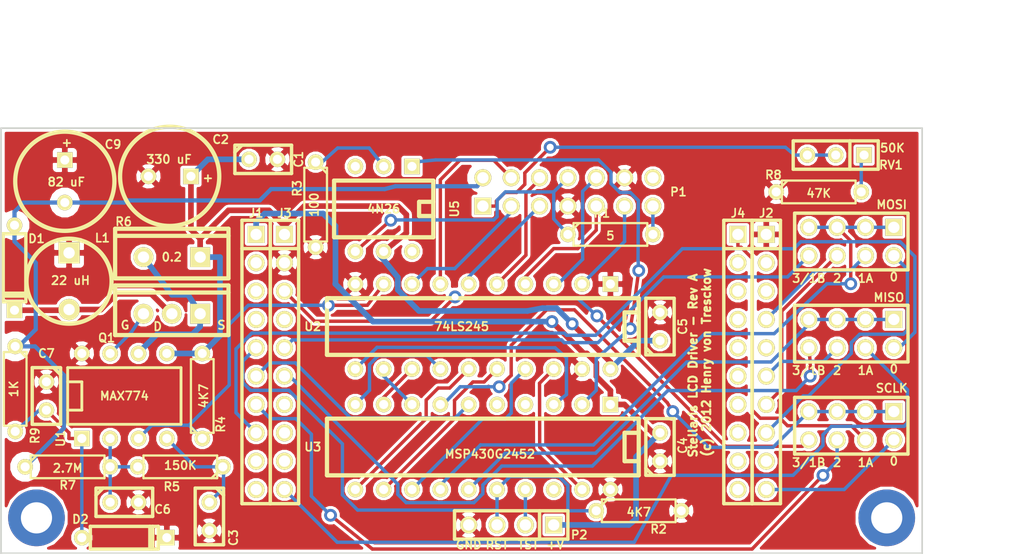
<source format=kicad_pcb>
(kicad_pcb (version 3) (host pcbnew "(2012-nov-02)-testing")
  (layers (15 Front signal) (0 Back signal) (18 B.Paste user) (19 F.Paste user) (20 B.SilkS user) (21 F.SilkS user) (22 B.Mask user) (23 F.Mask user) (28 Edge.Cuts user))
  (net 0 "")
  (net 1 +3.3V)
  (net 2 +5V)
  (net 3 /LcdDriver/5V_SW)
  (net 4 /LcdDriver/Blank)
  (net 5 /LcdDriver/CL1)
  (net 6 /LcdDriver/CL2)
  (net 7 /LcdDriver/CLK)
  (net 8 /LcdDriver/D0)
  (net 9 /LcdDriver/D0_out)
  (net 10 /LcdDriver/D1)
  (net 11 /LcdDriver/D1_OUT)
  (net 12 /LcdDriver/D2)
  (net 13 /LcdDriver/D2_OUT)
  (net 14 /LcdDriver/D3)
  (net 15 /LcdDriver/D3_OUT)
  (net 16 /LcdDriver/FLM)
  (net 17 /LcdDriver/FLM_)
  (net 18 /LcdDriver/LIGHT)
  (net 19 /LcdDriver/Load)
  (net 20 /LcdDriver/Reset)
  (net 21 /LcdDriver/SCLK)
  (net 22 /LcdDriver/SDI)
  (net 23 /LcdDriver/SDO)
  (net 24 /LcdDriver/TEST)
  (net 25 /LcdDriver/VEE_EN)
  (net 26 /LcdDriver/VEE_EN_)
  (net 27 /LcdDriver/V_D)
  (net 28 /LcdDriver/V_FB)
  (net 29 /LcdDriver/V_REF)
  (net 30 /LcdDriver/V_S)
  (net 31 /LcdDriver/V_out)
  (net 32 /SSI0Clk)
  (net 33 /SSI0Rx)
  (net 34 /SSI0Tx)
  (net 35 /SSI1Clk)
  (net 36 /SSI1Rx)
  (net 37 /SSI1Tx)
  (net 38 /SSI2Clk)
  (net 39 /SSI2RX)
  (net 40 /SSI2TX)
  (net 41 /SSI3Clk)
  (net 42 /SSI3Rx)
  (net 43 /SSI3Tx)
  (net 44 GND)
  (net 45 N-0000051)
  (net 46 N-0000059)
  (net 47 N-0000061)
  (net 48 N-0000072)
  (net 49 N-0000077)
  (net 50 VEE)
  (module SIL-3 (layer Front) (at 237.363 114.808 180)
    (fp_text reference RV1 (at -4.953 -0.889 180) (layer F.SilkS) (effects (font (size 0.75 0.75))))
    (fp_text value 50K (at -5.08 0.635 180) (layer F.SilkS) (effects (font (size 0.75 0.75))))
    (pad 1 thru_hole rect (at -2.54 0 180) (size 1.397 1.397) (drill 0.8128) (layers *.Cu *.Mask F.SilkS) (net 45 N-0000051))
    (pad 2 thru_hole circle (at 0 0 180) (size 1.397 1.397) (drill 0.8128) (layers *.Cu *.Mask F.SilkS) (net 46 N-0000059))
    (pad 3 thru_hole circle (at 2.54 0 180) (size 1.397 1.397) (drill 0.8128) (layers *.Cu *.Mask F.SilkS) (net 46 N-0000059))
  )
  (module DIP-8__300 (layer Front) (at 173.609 136.398)
    (fp_text reference U1 (at -5.715 3.81 90) (layer F.SilkS) (effects (font (size 0.75 0.75))))
    (fp_text value MAX774 (at 0 0) (layer F.SilkS) (effects (font (size 0.75 0.75))))
    (pad 1 thru_hole rect (at -3.81 3.81) (size 1.397 1.397) (drill 0.8128) (layers *.Cu *.Mask F.SilkS) (net 31 /LcdDriver/V_out))
    (pad 2 thru_hole circle (at -1.27 3.81) (size 1.397 1.397) (drill 0.8128) (layers *.Cu *.Mask F.SilkS) (net 28 /LcdDriver/V_FB))
    (pad 3 thru_hole circle (at 1.27 3.81) (size 1.397 1.397) (drill 0.8128) (layers *.Cu *.Mask F.SilkS) (net 26 /LcdDriver/VEE_EN_))
    (pad 4 thru_hole circle (at 3.81 3.81) (size 1.397 1.397) (drill 0.8128) (layers *.Cu *.Mask F.SilkS) (net 29 /LcdDriver/V_REF))
    (pad 5 thru_hole circle (at 3.81 -3.81) (size 1.397 1.397) (drill 0.8128) (layers *.Cu *.Mask F.SilkS) (net 2 +5V))
    (pad 6 thru_hole circle (at 1.27 -3.81) (size 1.397 1.397) (drill 0.8128) (layers *.Cu *.Mask F.SilkS) (net 30 /LcdDriver/V_S))
    (pad 7 thru_hole circle (at -1.27 -3.81) (size 1.397 1.397) (drill 0.8128) (layers *.Cu *.Mask F.SilkS) (net 48 N-0000072))
    (pad 8 thru_hole circle (at -3.81 -3.81) (size 1.397 1.397) (drill 0.8128) (layers *.Cu *.Mask F.SilkS) (net 44 GND))
  )
  (module DIP-20__300 (layer Front) (at 205.74 140.97 180)
    (fp_text reference U3 (at 15.24 0 180) (layer F.SilkS) (effects (font (size 0.75 0.75))))
    (fp_text value MSP430G2452 (at -0.635 -0.635 180) (layer F.SilkS) (effects (font (size 0.75 0.75))))
    (pad 1 thru_hole rect (at -11.43 3.81 180) (size 1.397 1.397) (drill 0.8128) (layers *.Cu *.Mask F.SilkS) (net 1 +3.3V))
    (pad 2 thru_hole circle (at -8.89 3.81 180) (size 1.397 1.397) (drill 0.8128) (layers *.Cu *.Mask F.SilkS) (net 18 /LcdDriver/LIGHT))
    (pad 3 thru_hole circle (at -6.35 3.81 180) (size 1.397 1.397) (drill 0.8128) (layers *.Cu *.Mask F.SilkS) (net 25 /LcdDriver/VEE_EN))
    (pad 4 thru_hole circle (at -3.81 3.81 180) (size 1.397 1.397) (drill 0.8128) (layers *.Cu *.Mask F.SilkS))
    (pad 5 thru_hole circle (at -1.27 3.81 180) (size 1.397 1.397) (drill 0.8128) (layers *.Cu *.Mask F.SilkS))
    (pad 6 thru_hole circle (at 1.27 3.81 180) (size 1.397 1.397) (drill 0.8128) (layers *.Cu *.Mask F.SilkS) (net 4 /LcdDriver/Blank))
    (pad 7 thru_hole circle (at 3.81 3.81 180) (size 1.397 1.397) (drill 0.8128) (layers *.Cu *.Mask F.SilkS) (net 21 /LcdDriver/SCLK))
    (pad 8 thru_hole circle (at 6.35 3.81 180) (size 1.397 1.397) (drill 0.8128) (layers *.Cu *.Mask F.SilkS) (net 8 /LcdDriver/D0))
    (pad 9 thru_hole circle (at 8.89 3.81 180) (size 1.397 1.397) (drill 0.8128) (layers *.Cu *.Mask F.SilkS) (net 10 /LcdDriver/D1))
    (pad 10 thru_hole circle (at 11.43 3.81 180) (size 1.397 1.397) (drill 0.8128) (layers *.Cu *.Mask F.SilkS) (net 12 /LcdDriver/D2))
    (pad 11 thru_hole circle (at 11.43 -3.81 180) (size 1.397 1.397) (drill 0.8128) (layers *.Cu *.Mask F.SilkS) (net 14 /LcdDriver/D3))
    (pad 12 thru_hole circle (at 8.89 -3.81 180) (size 1.397 1.397) (drill 0.8128) (layers *.Cu *.Mask F.SilkS) (net 7 /LcdDriver/CLK))
    (pad 13 thru_hole circle (at 6.35 -3.81 180) (size 1.397 1.397) (drill 0.8128) (layers *.Cu *.Mask F.SilkS) (net 19 /LcdDriver/Load))
    (pad 14 thru_hole circle (at 3.81 -3.81 180) (size 1.397 1.397) (drill 0.8128) (layers *.Cu *.Mask F.SilkS) (net 23 /LcdDriver/SDO))
    (pad 15 thru_hole circle (at 1.27 -3.81 180) (size 1.397 1.397) (drill 0.8128) (layers *.Cu *.Mask F.SilkS) (net 22 /LcdDriver/SDI))
    (pad 16 thru_hole circle (at -1.27 -3.81 180) (size 1.397 1.397) (drill 0.8128) (layers *.Cu *.Mask F.SilkS) (net 20 /LcdDriver/Reset))
    (pad 17 thru_hole circle (at -3.81 -3.81 180) (size 1.397 1.397) (drill 0.8128) (layers *.Cu *.Mask F.SilkS) (net 24 /LcdDriver/TEST))
    (pad 18 thru_hole circle (at -6.35 -3.81 180) (size 1.397 1.397) (drill 0.8128) (layers *.Cu *.Mask F.SilkS))
    (pad 19 thru_hole circle (at -8.89 -3.81 180) (size 1.397 1.397) (drill 0.8128) (layers *.Cu *.Mask F.SilkS) (net 16 /LcdDriver/FLM))
    (pad 20 thru_hole circle (at -11.43 -3.81 180) (size 1.397 1.397) (drill 0.8128) (layers *.Cu *.Mask F.SilkS) (net 44 GND))
  )
  (module DIP-20__300 (layer Front) (at 205.74 130.175 180)
    (fp_text reference U2 (at 15.24 0 180) (layer F.SilkS) (effects (font (size 0.75 0.75))))
    (fp_text value 74LS245 (at 1.905 0 180) (layer F.SilkS) (effects (font (size 0.75 0.75))))
    (pad 1 thru_hole rect (at -11.43 3.81 180) (size 1.397 1.397) (drill 0.8128) (layers *.Cu *.Mask F.SilkS) (net 44 GND))
    (pad 2 thru_hole circle (at -8.89 3.81 180) (size 1.397 1.397) (drill 0.8128) (layers *.Cu *.Mask F.SilkS) (net 17 /LcdDriver/FLM_))
    (pad 3 thru_hole circle (at -6.35 3.81 180) (size 1.397 1.397) (drill 0.8128) (layers *.Cu *.Mask F.SilkS) (net 5 /LcdDriver/CL1))
    (pad 4 thru_hole circle (at -3.81 3.81 180) (size 1.397 1.397) (drill 0.8128) (layers *.Cu *.Mask F.SilkS) (net 6 /LcdDriver/CL2))
    (pad 5 thru_hole circle (at -1.27 3.81 180) (size 1.397 1.397) (drill 0.8128) (layers *.Cu *.Mask F.SilkS) (net 15 /LcdDriver/D3_OUT))
    (pad 6 thru_hole circle (at 1.27 3.81 180) (size 1.397 1.397) (drill 0.8128) (layers *.Cu *.Mask F.SilkS) (net 13 /LcdDriver/D2_OUT))
    (pad 7 thru_hole circle (at 3.81 3.81 180) (size 1.397 1.397) (drill 0.8128) (layers *.Cu *.Mask F.SilkS) (net 11 /LcdDriver/D1_OUT))
    (pad 8 thru_hole circle (at 6.35 3.81 180) (size 1.397 1.397) (drill 0.8128) (layers *.Cu *.Mask F.SilkS) (net 9 /LcdDriver/D0_out))
    (pad 9 thru_hole circle (at 8.89 3.81 180) (size 1.397 1.397) (drill 0.8128) (layers *.Cu *.Mask F.SilkS) (net 26 /LcdDriver/VEE_EN_))
    (pad 10 thru_hole circle (at 11.43 3.81 180) (size 1.397 1.397) (drill 0.8128) (layers *.Cu *.Mask F.SilkS) (net 44 GND))
    (pad 11 thru_hole circle (at 11.43 -3.81 180) (size 1.397 1.397) (drill 0.8128) (layers *.Cu *.Mask F.SilkS) (net 25 /LcdDriver/VEE_EN))
    (pad 12 thru_hole circle (at 8.89 -3.81 180) (size 1.397 1.397) (drill 0.8128) (layers *.Cu *.Mask F.SilkS) (net 8 /LcdDriver/D0))
    (pad 13 thru_hole circle (at 6.35 -3.81 180) (size 1.397 1.397) (drill 0.8128) (layers *.Cu *.Mask F.SilkS) (net 10 /LcdDriver/D1))
    (pad 14 thru_hole circle (at 3.81 -3.81 180) (size 1.397 1.397) (drill 0.8128) (layers *.Cu *.Mask F.SilkS) (net 12 /LcdDriver/D2))
    (pad 15 thru_hole circle (at 1.27 -3.81 180) (size 1.397 1.397) (drill 0.8128) (layers *.Cu *.Mask F.SilkS) (net 14 /LcdDriver/D3))
    (pad 16 thru_hole circle (at -1.27 -3.81 180) (size 1.397 1.397) (drill 0.8128) (layers *.Cu *.Mask F.SilkS) (net 7 /LcdDriver/CLK))
    (pad 17 thru_hole circle (at -3.81 -3.81 180) (size 1.397 1.397) (drill 0.8128) (layers *.Cu *.Mask F.SilkS) (net 19 /LcdDriver/Load))
    (pad 18 thru_hole circle (at -6.35 -3.81 180) (size 1.397 1.397) (drill 0.8128) (layers *.Cu *.Mask F.SilkS) (net 16 /LcdDriver/FLM))
    (pad 19 thru_hole circle (at -8.89 -3.81 180) (size 1.397 1.397) (drill 0.8128) (layers *.Cu *.Mask F.SilkS) (net 44 GND))
    (pad 20 thru_hole circle (at -11.43 -3.81 180) (size 1.397 1.397) (drill 0.8128) (layers *.Cu *.Mask F.SilkS) (net 2 +5V))
  )
  (module D3 (layer Front) (at 163.7665 124.9045 270)
    (fp_text reference D1 (at -2.6035 -1.9685 360) (layer F.SilkS) (effects (font (size 0.75 0.75))))
    (fp_text value DIODESCH hide)
    (pad 2 thru_hole rect (at 3.81 0 270) (size 1.397 1.397) (drill 0.8128) (layers *.Cu *.Mask F.SilkS) (net 27 /LcdDriver/V_D))
    (pad 1 thru_hole circle (at -3.81 0 270) (size 1.397 1.397) (drill 0.8128) (layers *.Cu *.Mask F.SilkS) (net 50 VEE))
  )
  (module C1 (layer Front) (at 173.609 145.923)
    (fp_text reference C6 (at 3.429 0.635) (layer F.SilkS) (effects (font (size 0.75 0.75))))
    (fp_text value "0.1 uF" hide)
    (pad 1 thru_hole circle (at -1.27 0) (size 1.397 1.397) (drill 0.8128) (layers *.Cu *.Mask F.SilkS) (net 28 /LcdDriver/V_FB))
    (pad 2 thru_hole circle (at 1.27 0) (size 1.397 1.397) (drill 0.8128) (layers *.Cu *.Mask F.SilkS) (net 44 GND))
  )
  (module D3 (layer Front) (at 173.609 149.098)
    (fp_text reference D2 (at -3.937 -1.651) (layer F.SilkS) (effects (font (size 0.75 0.75))))
    (fp_text value ZENER hide)
    (pad 2 thru_hole rect (at 3.81 0) (size 1.397 1.397) (drill 0.8128) (layers *.Cu *.Mask F.SilkS) (net 44 GND))
    (pad 1 thru_hole circle (at -3.81 0) (size 1.397 1.397) (drill 0.8128) (layers *.Cu *.Mask F.SilkS) (net 31 /LcdDriver/V_out))
  )
  (module C1 (layer Front) (at 166.624 136.398 270)
    (fp_text reference C7 (at -3.81 0 360) (layer F.SilkS) (effects (font (size 0.75 0.75))))
    (fp_text value "0.1 uF" hide)
    (pad 1 thru_hole circle (at -1.27 0 270) (size 1.397 1.397) (drill 0.8128) (layers *.Cu *.Mask F.SilkS) (net 44 GND))
    (pad 2 thru_hole circle (at 1.27 0 270) (size 1.397 1.397) (drill 0.8128) (layers *.Cu *.Mask F.SilkS) (net 31 /LcdDriver/V_out))
  )
  (module m2_5_pad (layer Front) (at 241.935 147.32)
    (fp_text reference M2 hide)
    (fp_text value CONN_1 hide)
    (pad 1 thru_hole circle (at 0 0) (size 5.08 5.08) (drill 2.794) (layers *.Cu *.Mask))
  )
  (module R_T0220 (layer Front) (at 177.8635 123.952 90)
    (fp_text reference R6 (at 3.175 -4.318 180) (layer F.SilkS) (effects (font (size 0.75 0.75))))
    (fp_text value 0.2 (at 0 0 180) (layer F.SilkS) (effects (font (size 0.75 0.75))))
    (pad 1 thru_hole circle (at 0 -2.54 90) (size 1.778 1.778) (drill 1.016) (layers *.Cu *.Mask F.SilkS) (net 30 /LcdDriver/V_S))
    (pad 2 thru_hole rect (at 0 2.54 90) (size 1.778 1.778) (drill 1.016) (layers *.Cu *.Mask F.SilkS) (net 2 +5V))
  )
  (module C1 (layer Front) (at 181.229 147.193 270)
    (fp_text reference C3 (at 1.905 -2.159 270) (layer F.SilkS) (effects (font (size 0.75 0.75))))
    (fp_text value "0.1 uF" hide)
    (pad 1 thru_hole circle (at -1.27 0 270) (size 1.397 1.397) (drill 0.8128) (layers *.Cu *.Mask F.SilkS) (net 29 /LcdDriver/V_REF))
    (pad 2 thru_hole circle (at 1.27 0 270) (size 1.397 1.397) (drill 0.8128) (layers *.Cu *.Mask F.SilkS) (net 44 GND))
  )
  (module C1 (layer Front) (at 186.055 115.189)
    (fp_text reference C1 (at 3.175 0 90) (layer F.SilkS) (effects (font (size 0.75 0.75))))
    (fp_text value "0.1 uF" hide)
    (pad 1 thru_hole circle (at -1.27 0) (size 1.397 1.397) (drill 0.8128) (layers *.Cu *.Mask F.SilkS) (net 2 +5V))
    (pad 2 thru_hole circle (at 1.27 0) (size 1.397 1.397) (drill 0.8128) (layers *.Cu *.Mask F.SilkS) (net 44 GND))
  )
  (module C1 (layer Front) (at 221.615 140.97 90)
    (fp_text reference C4 (at 0.127 2.032 90) (layer F.SilkS) (effects (font (size 0.75 0.75))))
    (fp_text value "0.1 uF" hide)
    (pad 1 thru_hole circle (at -1.27 0 90) (size 1.397 1.397) (drill 0.8128) (layers *.Cu *.Mask F.SilkS) (net 44 GND))
    (pad 2 thru_hole circle (at 1.27 0 90) (size 1.397 1.397) (drill 0.8128) (layers *.Cu *.Mask F.SilkS) (net 1 +3.3V))
  )
  (module C1 (layer Front) (at 221.615 130.175 90)
    (fp_text reference C5 (at 0 2.032 90) (layer F.SilkS) (effects (font (size 0.75 0.75))))
    (fp_text value "0.1 uF" hide)
    (pad 1 thru_hole circle (at -1.27 0 90) (size 1.397 1.397) (drill 0.8128) (layers *.Cu *.Mask F.SilkS) (net 2 +5V))
    (pad 2 thru_hole circle (at 1.27 0 90) (size 1.397 1.397) (drill 0.8128) (layers *.Cu *.Mask F.SilkS) (net 44 GND))
  )
  (module m2_5_pad (layer Front) (at 165.735 147.32)
    (fp_text reference M1 hide)
    (fp_text value CONN_1 hide)
    (pad 1 thru_hole circle (at 0 0) (size 5.08 5.08) (drill 2.794) (layers *.Cu *.Mask))
  )
  (module pin_array_spi (layer Front) (at 238.76 130.81 180)
    (fp_text reference P_SDI1 hide)
    (fp_text value MISO (at -3.3655 3.2385 180) (layer F.SilkS) (effects (font (size 0.75 0.75))))
    (fp_text user 3/1B (at 3.81 -3.302 180) (layer F.SilkS) (effects (font (size 0.75 0.75))))
    (fp_text user 2 (at 1.27 -3.302 180) (layer F.SilkS) (effects (font (size 0.75 0.75))))
    (fp_text user 1A (at -1.27 -3.302 180) (layer F.SilkS) (effects (font (size 0.75 0.75))))
    (fp_text user 0 (at -3.81 -3.175 180) (layer F.SilkS) (effects (font (size 0.75 0.75))))
    (pad 1 thru_hole rect (at -3.81 1.27 180) (size 1.524 1.524) (drill 1.016) (layers *.Cu *.Mask F.SilkS) (net 22 /LcdDriver/SDI))
    (pad 2 thru_hole circle (at -3.81 -1.27 180) (size 1.524 1.524) (drill 1.016) (layers *.Cu *.Mask F.SilkS) (net 34 /SSI0Tx))
    (pad 3 thru_hole circle (at -1.27 1.27 180) (size 1.524 1.524) (drill 1.016) (layers *.Cu *.Mask F.SilkS) (net 22 /LcdDriver/SDI))
    (pad 4 thru_hole circle (at -1.27 -1.27 180) (size 1.524 1.524) (drill 1.016) (layers *.Cu *.Mask F.SilkS) (net 37 /SSI1Tx))
    (pad 5 thru_hole circle (at 1.27 1.27 180) (size 1.524 1.524) (drill 1.016) (layers *.Cu *.Mask F.SilkS) (net 22 /LcdDriver/SDI))
    (pad 6 thru_hole circle (at 1.27 -1.27 180) (size 1.524 1.524) (drill 1.016) (layers *.Cu *.Mask F.SilkS) (net 40 /SSI2TX))
    (pad 7 thru_hole circle (at 3.81 1.27 180) (size 1.524 1.524) (drill 1.016) (layers *.Cu *.Mask F.SilkS) (net 22 /LcdDriver/SDI))
    (pad 8 thru_hole circle (at 3.81 -1.27 180) (size 1.524 1.524) (drill 1.016) (layers *.Cu *.Mask F.SilkS) (net 43 /SSI3Tx))
  )
  (module pin_array_spi (layer Front) (at 238.76 122.555 180)
    (fp_text reference P_SDO1 hide)
    (fp_text value MOSI (at -3.6195 3.302 180) (layer F.SilkS) (effects (font (size 0.75 0.75))))
    (fp_text user 3/1B (at 3.81 -3.302 180) (layer F.SilkS) (effects (font (size 0.75 0.75))))
    (fp_text user 2 (at 1.27 -3.302 180) (layer F.SilkS) (effects (font (size 0.75 0.75))))
    (fp_text user 1A (at -1.27 -3.302 180) (layer F.SilkS) (effects (font (size 0.75 0.75))))
    (fp_text user 0 (at -3.81 -3.175 180) (layer F.SilkS) (effects (font (size 0.75 0.75))))
    (pad 1 thru_hole rect (at -3.81 1.27 180) (size 1.524 1.524) (drill 1.016) (layers *.Cu *.Mask F.SilkS) (net 23 /LcdDriver/SDO))
    (pad 2 thru_hole circle (at -3.81 -1.27 180) (size 1.524 1.524) (drill 1.016) (layers *.Cu *.Mask F.SilkS) (net 33 /SSI0Rx))
    (pad 3 thru_hole circle (at -1.27 1.27 180) (size 1.524 1.524) (drill 1.016) (layers *.Cu *.Mask F.SilkS) (net 23 /LcdDriver/SDO))
    (pad 4 thru_hole circle (at -1.27 -1.27 180) (size 1.524 1.524) (drill 1.016) (layers *.Cu *.Mask F.SilkS) (net 36 /SSI1Rx))
    (pad 5 thru_hole circle (at 1.27 1.27 180) (size 1.524 1.524) (drill 1.016) (layers *.Cu *.Mask F.SilkS) (net 23 /LcdDriver/SDO))
    (pad 6 thru_hole circle (at 1.27 -1.27 180) (size 1.524 1.524) (drill 1.016) (layers *.Cu *.Mask F.SilkS) (net 39 /SSI2RX))
    (pad 7 thru_hole circle (at 3.81 1.27 180) (size 1.524 1.524) (drill 1.016) (layers *.Cu *.Mask F.SilkS) (net 23 /LcdDriver/SDO))
    (pad 8 thru_hole circle (at 3.81 -1.27 180) (size 1.524 1.524) (drill 1.016) (layers *.Cu *.Mask F.SilkS) (net 42 /SSI3Rx))
  )
  (module pin_array_spi (layer Front) (at 238.76 139.065 180)
    (fp_text reference P_SCLK1 hide)
    (fp_text value SCLK (at -3.6195 3.3655 180) (layer F.SilkS) (effects (font (size 0.75 0.75))))
    (fp_text user 3/1B (at 3.81 -3.302 180) (layer F.SilkS) (effects (font (size 0.75 0.75))))
    (fp_text user 2 (at 1.27 -3.302 180) (layer F.SilkS) (effects (font (size 0.75 0.75))))
    (fp_text user 1A (at -1.27 -3.302 180) (layer F.SilkS) (effects (font (size 0.75 0.75))))
    (fp_text user 0 (at -3.81 -3.175 180) (layer F.SilkS) (effects (font (size 0.75 0.75))))
    (pad 1 thru_hole rect (at -3.81 1.27 180) (size 1.524 1.524) (drill 1.016) (layers *.Cu *.Mask F.SilkS) (net 21 /LcdDriver/SCLK))
    (pad 2 thru_hole circle (at -3.81 -1.27 180) (size 1.524 1.524) (drill 1.016) (layers *.Cu *.Mask F.SilkS) (net 32 /SSI0Clk))
    (pad 3 thru_hole circle (at -1.27 1.27 180) (size 1.524 1.524) (drill 1.016) (layers *.Cu *.Mask F.SilkS) (net 21 /LcdDriver/SCLK))
    (pad 4 thru_hole circle (at -1.27 -1.27 180) (size 1.524 1.524) (drill 1.016) (layers *.Cu *.Mask F.SilkS) (net 35 /SSI1Clk))
    (pad 5 thru_hole circle (at 1.27 1.27 180) (size 1.524 1.524) (drill 1.016) (layers *.Cu *.Mask F.SilkS) (net 21 /LcdDriver/SCLK))
    (pad 6 thru_hole circle (at 1.27 -1.27 180) (size 1.524 1.524) (drill 1.016) (layers *.Cu *.Mask F.SilkS) (net 38 /SSI2Clk))
    (pad 7 thru_hole circle (at 3.81 1.27 180) (size 1.524 1.524) (drill 1.016) (layers *.Cu *.Mask F.SilkS) (net 21 /LcdDriver/SCLK))
    (pad 8 thru_hole circle (at 3.81 -1.27 180) (size 1.524 1.524) (drill 1.016) (layers *.Cu *.Mask F.SilkS) (net 41 /SSI3Clk))
  )
  (module hvt_R3 (layer Front) (at 163.83 135.763 270)
    (fp_text reference R9 (at 4.191 -1.778 270) (layer F.SilkS) (effects (font (size 0.75 0.75))))
    (fp_text value 1K (at 0 0.127 270) (layer F.SilkS) (effects (font (size 0.75 0.75))))
    (pad 1 thru_hole circle (at -3.81 0 270) (size 1.397 1.397) (drill 0.8128) (layers *.Cu *.Mask F.SilkS) (net 50 VEE))
    (pad 2 thru_hole circle (at 3.81 0 270) (size 1.397 1.397) (drill 0.8128) (layers *.Cu *.Mask F.SilkS) (net 31 /LcdDriver/V_out))
  )
  (module hvt_R3 (layer Front) (at 217.17 121.92)
    (fp_text reference R1 (at -0.762 -1.905) (layer F.SilkS) (effects (font (size 0.75 0.75))))
    (fp_text value 5 (at 0 0.127) (layer F.SilkS) (effects (font (size 0.75 0.75))))
    (pad 1 thru_hole circle (at -3.81 0) (size 1.397 1.397) (drill 0.8128) (layers *.Cu *.Mask F.SilkS) (net 3 /LcdDriver/5V_SW))
    (pad 2 thru_hole circle (at 3.81 0) (size 1.397 1.397) (drill 0.8128) (layers *.Cu *.Mask F.SilkS) (net 47 N-0000061))
  )
  (module hvt_R3 (layer Front) (at 219.71 146.685)
    (fp_text reference R2 (at 1.778 1.651) (layer F.SilkS) (effects (font (size 0.75 0.75))))
    (fp_text value 4K7 (at 0 0.127) (layer F.SilkS) (effects (font (size 0.75 0.75))))
    (pad 1 thru_hole circle (at -3.81 0) (size 1.397 1.397) (drill 0.8128) (layers *.Cu *.Mask F.SilkS) (net 20 /LcdDriver/Reset))
    (pad 2 thru_hole circle (at 3.81 0) (size 1.397 1.397) (drill 0.8128) (layers *.Cu *.Mask F.SilkS) (net 44 GND))
  )
  (module hvt_R3 (layer Front) (at 190.754 119.253 270)
    (fp_text reference R3 (at -1.4605 1.651 270) (layer F.SilkS) (effects (font (size 0.75 0.75))))
    (fp_text value 100 (at 0 0.127 270) (layer F.SilkS) (effects (font (size 0.75 0.75))))
    (pad 1 thru_hole circle (at -3.81 0 270) (size 1.397 1.397) (drill 0.8128) (layers *.Cu *.Mask F.SilkS) (net 49 N-0000077))
    (pad 2 thru_hole circle (at 3.81 0 270) (size 1.397 1.397) (drill 0.8128) (layers *.Cu *.Mask F.SilkS) (net 44 GND))
  )
  (module hvt_R3 (layer Front) (at 168.529 142.748)
    (fp_text reference R7 (at 0 1.651) (layer F.SilkS) (effects (font (size 0.75 0.75))))
    (fp_text value 2.7M (at 0 0.127) (layer F.SilkS) (effects (font (size 0.75 0.75))))
    (pad 1 thru_hole circle (at -3.81 0) (size 1.397 1.397) (drill 0.8128) (layers *.Cu *.Mask F.SilkS) (net 50 VEE))
    (pad 2 thru_hole circle (at 3.81 0) (size 1.397 1.397) (drill 0.8128) (layers *.Cu *.Mask F.SilkS) (net 28 /LcdDriver/V_FB))
  )
  (module hvt_R3 (layer Front) (at 178.6255 142.748 180)
    (fp_text reference R5 (at 0.762 -1.778 180) (layer F.SilkS) (effects (font (size 0.75 0.75))))
    (fp_text value 150K (at 0 0.127 180) (layer F.SilkS) (effects (font (size 0.75 0.75))))
    (pad 1 thru_hole circle (at -3.81 0 180) (size 1.397 1.397) (drill 0.8128) (layers *.Cu *.Mask F.SilkS) (net 29 /LcdDriver/V_REF))
    (pad 2 thru_hole circle (at 3.81 0 180) (size 1.397 1.397) (drill 0.8128) (layers *.Cu *.Mask F.SilkS) (net 28 /LcdDriver/V_FB))
  )
  (module hvt_R3 (layer Front) (at 180.594 136.398 90)
    (fp_text reference R4 (at -2.54 1.651 90) (layer F.SilkS) (effects (font (size 0.75 0.75))))
    (fp_text value 4K7 (at 0 0.127 90) (layer F.SilkS) (effects (font (size 0.75 0.75))))
    (pad 1 thru_hole circle (at -3.81 0 90) (size 1.397 1.397) (drill 0.8128) (layers *.Cu *.Mask F.SilkS) (net 26 /LcdDriver/VEE_EN_))
    (pad 2 thru_hole circle (at 3.81 0 90) (size 1.397 1.397) (drill 0.8128) (layers *.Cu *.Mask F.SilkS) (net 2 +5V))
  )
  (module hvt_TO220_GDS_VERT (layer Front) (at 177.8635 129.032 90)
    (fp_text reference Q1 (at -2.159 -5.842 180) (layer F.SilkS) (effects (font (size 0.75 0.75))))
    (fp_text value MOSFET_P hide)
    (fp_text user S (at -1.016 4.445 180) (layer F.SilkS) (effects (font (size 0.75 0.75))))
    (fp_text user D (at -1.143 -1.27 180) (layer F.SilkS) (effects (font (size 0.75 0.75))))
    (fp_text user G (at -1.016 -4.191 180) (layer F.SilkS) (effects (font (size 0.75 0.75))))
    (pad G thru_hole circle (at 0 -2.54 90) (size 1.778 1.778) (drill 1.016) (layers *.Cu *.Mask F.SilkS) (net 48 N-0000072))
    (pad D thru_hole circle (at 0 0 90) (size 1.778 1.778) (drill 1.016) (layers *.Cu *.Mask F.SilkS) (net 27 /LcdDriver/V_D))
    (pad S thru_hole rect (at 0 2.54 90) (size 1.778 1.778) (drill 1.016) (layers *.Cu *.Mask F.SilkS) (net 30 /LcdDriver/V_S))
  )
  (module SIL-10 (layer Front) (at 185.42 133.35 270)
    (fp_text reference J1 (at -13.335 0 360) (layer F.SilkS) (effects (font (size 0.75 0.75))))
    (fp_text value TI_BOOSTER_40_J1 hide)
    (pad 1 thru_hole rect (at -11.43 0 270) (size 1.524 1.524) (drill 1.016) (layers *.Cu *.Mask F.SilkS) (net 1 +3.3V))
    (pad 2 thru_hole circle (at -8.89 0 270) (size 1.524 1.524) (drill 1.016) (layers *.Cu *.Mask F.SilkS))
    (pad 3 thru_hole circle (at -6.35 0 270) (size 1.524 1.524) (drill 1.016) (layers *.Cu *.Mask F.SilkS))
    (pad 4 thru_hole circle (at -3.81 0 270) (size 1.524 1.524) (drill 1.016) (layers *.Cu *.Mask F.SilkS))
    (pad 5 thru_hole circle (at -1.27 0 270) (size 1.524 1.524) (drill 1.016) (layers *.Cu *.Mask F.SilkS) (net 20 /LcdDriver/Reset))
    (pad 6 thru_hole circle (at 1.27 0 270) (size 1.524 1.524) (drill 1.016) (layers *.Cu *.Mask F.SilkS) (net 4 /LcdDriver/Blank))
    (pad 7 thru_hole circle (at 3.81 0 270) (size 1.524 1.524) (drill 1.016) (layers *.Cu *.Mask F.SilkS) (net 38 /SSI2Clk))
    (pad 8 thru_hole circle (at 6.35 0 270) (size 1.524 1.524) (drill 1.016) (layers *.Cu *.Mask F.SilkS) (net 34 /SSI0Tx))
    (pad 9 thru_hole circle (at 8.89 0 270) (size 1.524 1.524) (drill 1.016) (layers *.Cu *.Mask F.SilkS))
    (pad 10 thru_hole circle (at 11.43 0 270) (size 1.524 1.524) (drill 1.016) (layers *.Cu *.Mask F.SilkS))
  )
  (module SIL-10 (layer Front) (at 187.96 133.35 270)
    (fp_text reference J3 (at -13.335 0 360) (layer F.SilkS) (effects (font (size 0.75 0.75))))
    (fp_text value TI_BOOSTER_40_J3 hide)
    (pad 1 thru_hole rect (at -11.43 0 270) (size 1.524 1.524) (drill 1.016) (layers *.Cu *.Mask F.SilkS) (net 2 +5V))
    (pad 2 thru_hole circle (at -8.89 0 270) (size 1.524 1.524) (drill 1.016) (layers *.Cu *.Mask F.SilkS) (net 44 GND))
    (pad 3 thru_hole circle (at -6.35 0 270) (size 1.524 1.524) (drill 1.016) (layers *.Cu *.Mask F.SilkS) (net 41 /SSI3Clk))
    (pad 4 thru_hole circle (at -3.81 0 270) (size 1.524 1.524) (drill 1.016) (layers *.Cu *.Mask F.SilkS))
    (pad 5 thru_hole circle (at -1.27 0 270) (size 1.524 1.524) (drill 1.016) (layers *.Cu *.Mask F.SilkS) (net 42 /SSI3Rx))
    (pad 6 thru_hole circle (at 1.27 0 270) (size 1.524 1.524) (drill 1.016) (layers *.Cu *.Mask F.SilkS) (net 43 /SSI3Tx))
    (pad 7 thru_hole circle (at 3.81 0 270) (size 1.524 1.524) (drill 1.016) (layers *.Cu *.Mask F.SilkS))
    (pad 8 thru_hole circle (at 6.35 0 270) (size 1.524 1.524) (drill 1.016) (layers *.Cu *.Mask F.SilkS))
    (pad 9 thru_hole circle (at 8.89 0 270) (size 1.524 1.524) (drill 1.016) (layers *.Cu *.Mask F.SilkS))
    (pad 10 thru_hole circle (at 11.43 0 270) (size 1.524 1.524) (drill 1.016) (layers *.Cu *.Mask F.SilkS) (net 37 /SSI1Tx))
  )
  (module SIL-10 (layer Front) (at 228.6 133.35 270)
    (fp_text reference J4 (at -13.335 0 360) (layer F.SilkS) (effects (font (size 0.75 0.75))))
    (fp_text value TI_BOOSTER_40_J4 hide)
    (pad 1 thru_hole rect (at -11.43 0 270) (size 1.524 1.524) (drill 1.016) (layers *.Cu *.Mask F.SilkS) (net 35 /SSI1Clk))
    (pad 2 thru_hole circle (at -8.89 0 270) (size 1.524 1.524) (drill 1.016) (layers *.Cu *.Mask F.SilkS))
    (pad 3 thru_hole circle (at -6.35 0 270) (size 1.524 1.524) (drill 1.016) (layers *.Cu *.Mask F.SilkS))
    (pad 4 thru_hole circle (at -3.81 0 270) (size 1.524 1.524) (drill 1.016) (layers *.Cu *.Mask F.SilkS))
    (pad 5 thru_hole circle (at -1.27 0 270) (size 1.524 1.524) (drill 1.016) (layers *.Cu *.Mask F.SilkS))
    (pad 6 thru_hole circle (at 1.27 0 270) (size 1.524 1.524) (drill 1.016) (layers *.Cu *.Mask F.SilkS))
    (pad 7 thru_hole circle (at 3.81 0 270) (size 1.524 1.524) (drill 1.016) (layers *.Cu *.Mask F.SilkS))
    (pad 8 thru_hole circle (at 6.35 0 270) (size 1.524 1.524) (drill 1.016) (layers *.Cu *.Mask F.SilkS))
    (pad 9 thru_hole circle (at 8.89 0 270) (size 1.524 1.524) (drill 1.016) (layers *.Cu *.Mask F.SilkS))
    (pad 10 thru_hole circle (at 11.43 0 270) (size 1.524 1.524) (drill 1.016) (layers *.Cu *.Mask F.SilkS))
  )
  (module SIL-10 (layer Front) (at 231.14 133.35 270)
    (fp_text reference J2 (at -13.335 0 360) (layer F.SilkS) (effects (font (size 0.75 0.75))))
    (fp_text value TI_BOOSTER_40_J2 hide)
    (pad 1 thru_hole rect (at -11.43 0 270) (size 1.524 1.524) (drill 1.016) (layers *.Cu *.Mask F.SilkS) (net 44 GND))
    (pad 2 thru_hole circle (at -8.89 0 270) (size 1.524 1.524) (drill 1.016) (layers *.Cu *.Mask F.SilkS))
    (pad 3 thru_hole circle (at -6.35 0 270) (size 1.524 1.524) (drill 1.016) (layers *.Cu *.Mask F.SilkS))
    (pad 4 thru_hole circle (at -3.81 0 270) (size 1.524 1.524) (drill 1.016) (layers *.Cu *.Mask F.SilkS) (net 36 /SSI1Rx))
    (pad 5 thru_hole circle (at -1.27 0 270) (size 1.524 1.524) (drill 1.016) (layers *.Cu *.Mask F.SilkS))
    (pad 6 thru_hole circle (at 1.27 0 270) (size 1.524 1.524) (drill 1.016) (layers *.Cu *.Mask F.SilkS) (net 40 /SSI2TX))
    (pad 7 thru_hole circle (at 3.81 0 270) (size 1.524 1.524) (drill 1.016) (layers *.Cu *.Mask F.SilkS) (net 39 /SSI2RX))
    (pad 8 thru_hole circle (at 6.35 0 270) (size 1.524 1.524) (drill 1.016) (layers *.Cu *.Mask F.SilkS) (net 33 /SSI0Rx))
    (pad 9 thru_hole circle (at 8.89 0 270) (size 1.524 1.524) (drill 1.016) (layers *.Cu *.Mask F.SilkS))
    (pad 10 thru_hole circle (at 11.43 0 270) (size 1.524 1.524) (drill 1.016) (layers *.Cu *.Mask F.SilkS) (net 32 /SSI0Clk))
  )
  (module msp_icd (layer Front) (at 208.28 147.955 180)
    (fp_text reference P2 (at -6.096 -0.889 180) (layer F.SilkS) (effects (font (size 0.75 0.75))))
    (fp_text value MSP_Debug hide)
    (fp_text user GND (at 3.81 -1.778 180) (layer F.SilkS) (effects (font (size 0.75 0.75))))
    (fp_text user RST (at 1.27 -1.778 180) (layer F.SilkS) (effects (font (size 0.75 0.75))))
    (fp_text user TST (at -1.524 -1.778 180) (layer F.SilkS) (effects (font (size 0.75 0.75))))
    (fp_text user +V (at -3.937 -1.778 180) (layer F.SilkS) (effects (font (size 0.75 0.75))))
    (pad 1 thru_hole rect (at -3.81 0 180) (size 1.524 1.524) (drill 1.016) (layers *.Cu *.Mask F.SilkS) (net 1 +3.3V))
    (pad 2 thru_hole circle (at -1.27 0 180) (size 1.524 1.524) (drill 1.016) (layers *.Cu *.Mask F.SilkS) (net 24 /LcdDriver/TEST))
    (pad 3 thru_hole circle (at 1.27 0 180) (size 1.524 1.524) (drill 1.016) (layers *.Cu *.Mask F.SilkS) (net 20 /LcdDriver/Reset))
    (pad 4 thru_hole circle (at 3.81 0 180) (size 1.524 1.524) (drill 1.016) (layers *.Cu *.Mask F.SilkS) (net 44 GND))
  )
  (module he10-14_plain_ra (layer Front) (at 213.36 118.11)
    (fp_text reference P1 (at 9.906 0) (layer F.SilkS) (effects (font (size 0.75 0.75))))
    (fp_text value "LCD OUT" hide)
    (pad 1 thru_hole rect (at -7.62 1.27) (size 1.524 1.524) (drill 1.016) (layers *.Cu *.Mask F.SilkS) (net 46 N-0000059))
    (pad 2 thru_hole circle (at -7.62 -1.27) (size 1.524 1.524) (drill 1.016) (layers *.Cu *.Mask F.SilkS) (net 50 VEE))
    (pad 3 thru_hole circle (at -5.08 1.27) (size 1.524 1.524) (drill 1.016) (layers *.Cu *.Mask F.SilkS) (net 9 /LcdDriver/D0_out))
    (pad 4 thru_hole circle (at -5.08 -1.27) (size 1.524 1.524) (drill 1.016) (layers *.Cu *.Mask F.SilkS) (net 11 /LcdDriver/D1_OUT))
    (pad 5 thru_hole circle (at -2.54 1.27) (size 1.524 1.524) (drill 1.016) (layers *.Cu *.Mask F.SilkS) (net 13 /LcdDriver/D2_OUT))
    (pad 6 thru_hole circle (at -2.54 -1.27) (size 1.524 1.524) (drill 1.016) (layers *.Cu *.Mask F.SilkS) (net 15 /LcdDriver/D3_OUT))
    (pad 7 thru_hole circle (at 0 1.27) (size 1.524 1.524) (drill 1.016) (layers *.Cu *.Mask F.SilkS) (net 44 GND))
    (pad 8 thru_hole circle (at 0 -1.27) (size 1.524 1.524) (drill 1.016) (layers *.Cu *.Mask F.SilkS) (net 3 /LcdDriver/5V_SW))
    (pad 9 thru_hole circle (at 2.54 1.27) (size 1.524 1.524) (drill 1.016) (layers *.Cu *.Mask F.SilkS) (net 6 /LcdDriver/CL2))
    (pad 10 thru_hole circle (at 2.54 -1.27) (size 1.524 1.524) (drill 1.016) (layers *.Cu *.Mask F.SilkS) (net 5 /LcdDriver/CL1))
    (pad 11 thru_hole circle (at 5.08 1.27) (size 1.524 1.524) (drill 1.016) (layers *.Cu *.Mask F.SilkS) (net 17 /LcdDriver/FLM_))
    (pad 12 thru_hole circle (at 5.08 -1.27) (size 1.524 1.524) (drill 1.016) (layers *.Cu *.Mask F.SilkS) (net 44 GND))
    (pad 13 thru_hole circle (at 7.62 1.27) (size 1.524 1.524) (drill 1.016) (layers *.Cu *.Mask F.SilkS) (net 47 N-0000061))
    (pad 14 thru_hole circle (at 7.62 -1.27) (size 1.524 1.524) (drill 1.016) (layers *.Cu *.Mask F.SilkS))
  )
  (module hvt_R3 (layer Front) (at 235.839 118.11)
    (fp_text reference R8 (at -4.064 -1.524) (layer F.SilkS) (effects (font (size 0.75 0.75))))
    (fp_text value 47K (at 0 0.127) (layer F.SilkS) (effects (font (size 0.75 0.75))))
    (pad 1 thru_hole circle (at -3.81 0) (size 1.397 1.397) (drill 0.8128) (layers *.Cu *.Mask F.SilkS) (net 44 GND))
    (pad 2 thru_hole circle (at 3.81 0) (size 1.397 1.397) (drill 0.8128) (layers *.Cu *.Mask F.SilkS) (net 45 N-0000051))
  )
  (module C1.5V8V (layer Front) (at 168.275 117.1575 270)
    (fp_text reference C9 (at -3.302 -4.318 360) (layer F.SilkS) (effects (font (size 0.75 0.75))))
    (fp_text value "82 uF" (at 0.0635 -0.127 360) (layer F.SilkS) (effects (font (size 0.75 0.75))))
    (fp_text user + (at -3.429 -0.127 270) (layer F.SilkS) (effects (font (size 0.75 0.75))))
    (pad 1 thru_hole rect (at -1.905 0 270) (size 1.397 1.397) (drill 0.8128) (layers *.Cu *.Mask F.SilkS) (net 44 GND))
    (pad 2 thru_hole circle (at 1.905 0 270) (size 1.397 1.397) (drill 0.8128) (layers *.Cu *.Mask F.SilkS) (net 50 VEE))
  )
  (module C1.5V8V (layer Front) (at 177.673 116.713 180)
    (fp_text reference C2 (at -4.572 3.302 180) (layer F.SilkS) (effects (font (size 0.75 0.75))))
    (fp_text value "330 uF" (at 0.0635 1.524 180) (layer F.SilkS) (effects (font (size 0.75 0.75))))
    (fp_text user + (at -3.429 -0.127 180) (layer F.SilkS) (effects (font (size 0.75 0.75))))
    (pad 1 thru_hole rect (at -1.905 0 180) (size 1.397 1.397) (drill 0.8128) (layers *.Cu *.Mask F.SilkS) (net 2 +5V))
    (pad 2 thru_hole circle (at 1.905 0 180) (size 1.397 1.397) (drill 0.8128) (layers *.Cu *.Mask F.SilkS) (net 44 GND))
  )
  (module INDUCTOR_V (layer Front) (at 168.656 126.111 270)
    (fp_text reference L1 (at -3.8735 -2.9845 360) (layer F.SilkS) (effects (font (size 0.75 0.75))))
    (fp_text value "22 uH" (at -0.0635 -0.127 360) (layer F.SilkS) (effects (font (size 0.75 0.75))))
    (pad 1 thru_hole rect (at -2.54 0 270) (size 1.905 1.905) (drill 1.016) (layers *.Cu *.Mask F.SilkS) (net 44 GND))
    (pad 2 thru_hole circle (at 2.54 0 270) (size 1.905 1.905) (drill 1.016) (layers *.Cu *.Mask F.SilkS) (net 27 /LcdDriver/V_D))
  )
  (module DIP-6__300 (layer Front) (at 196.85 119.634 180)
    (fp_text reference U5 (at -6.35 0 270) (layer F.SilkS) (effects (font (size 0.75 0.75))))
    (fp_text value 4N26 (at 0 0 180) (layer F.SilkS) (effects (font (size 0.75 0.75))))
    (pad 1 thru_hole rect (at -2.54 3.81 180) (size 1.397 1.397) (drill 0.8128) (layers *.Cu *.Mask F.SilkS) (net 18 /LcdDriver/LIGHT))
    (pad 2 thru_hole circle (at 0 3.81 180) (size 1.397 1.397) (drill 0.8128) (layers *.Cu *.Mask F.SilkS) (net 49 N-0000077))
    (pad 3 thru_hole circle (at 2.54 3.81 180) (size 1.397 1.397) (drill 0.8128) (layers *.Cu *.Mask F.SilkS))
    (pad 4 thru_hole circle (at 2.54 -3.81 180) (size 1.397 1.397) (drill 0.8128) (layers *.Cu *.Mask F.SilkS) (net 3 /LcdDriver/5V_SW))
    (pad 5 thru_hole circle (at 0 -3.81 180) (size 1.397 1.397) (drill 0.8128) (layers *.Cu *.Mask F.SilkS) (net 2 +5V))
    (pad 6 thru_hole circle (at -2.54 -3.81 180) (size 1.397 1.397) (drill 0.8128) (layers *.Cu *.Mask F.SilkS))
  )
  (gr_text "Stellaris LCD Driver - Rev A\n (c) 2012 Henry von Tresckow" (at 225.171 133.6675 90) (layer F.SilkS) (effects (font (size 0.75 0.75) (thickness 0.1875))))
  (gr_line (start 245.11 150.495) (end 162.56 150.495) (angle 90) (layer Edge.Cuts) (width 0.14986))
  (gr_line (start 162.56 150.495) (end 162.56 112.395) (angle 90) (layer Edge.Cuts) (width 0.14986))
  (gr_line (start 245.11 112.395) (end 245.11 150.495) (angle 90) (layer Edge.Cuts) (width 0.14986))
  (gr_line (start 162.56 112.395) (end 245.11 112.395) (angle 90) (layer Edge.Cuts) (width 0.14986))
  (segment (start 185.42 121.92) (end 185.42 120.809602) (width 0.508) (layer Back) (net 1))
  (segment (start 192.532 121.158) (end 192.532 126.3671) (width 0.508) (layer Back) (net 1))
  (segment (start 191.421602 120.047602) (end 192.532 121.158) (width 0.508) (layer Back) (net 1))
  (segment (start 186.182 120.047602) (end 191.421602 120.047602) (width 0.508) (layer Back) (net 1))
  (segment (start 185.42 120.809602) (end 186.182 120.047602) (width 0.508) (layer Back) (net 1))
  (via (at 211.9302 129.7317) (size 1.143) (layers Front Back) (net 1))
  (segment (start 218.821 147.955) (end 212.09 147.955) (width 0.508) (layer Back) (net 1))
  (segment (start 219.4701 147.4335) (end 218.821 147.955) (width 0.508) (layer Back) (net 1))
  (segment (start 219.4701 141.8449) (end 219.4701 147.4335) (width 0.508) (layer Back) (net 1))
  (segment (start 221.615 139.7) (end 219.4701 141.8449) (width 0.508) (layer Back) (net 1))
  (segment (start 217.17 137.16) (end 217.17 135.9024) (width 0.508) (layer Front) (net 1))
  (segment (start 220.9676 139.7) (end 218.4276 137.16) (width 0.508) (layer Front) (net 1))
  (segment (start 221.615 139.7) (end 220.9676 139.7) (width 0.508) (layer Front) (net 1))
  (segment (start 217.17 137.16) (end 218.4276 137.16) (width 0.508) (layer Front) (net 1))
  (segment (start 215.9124 134.6448) (end 217.17 135.9024) (width 0.508) (layer Front) (net 1))
  (segment (start 215.9124 133.4348) (end 215.9124 134.6448) (width 0.508) (layer Front) (net 1))
  (segment (start 215.0666 132.589) (end 215.9124 133.4348) (width 0.508) (layer Front) (net 1))
  (segment (start 214.7875 132.589) (end 215.0666 132.589) (width 0.508) (layer Front) (net 1))
  (segment (start 211.9302 129.7317) (end 214.7875 132.589) (width 0.508) (layer Front) (net 1))
  (segment (start 195.8966 129.7317) (end 211.9302 129.7317) (width 0.508) (layer Back) (net 1))
  (segment (start 192.5058 126.3409) (end 192.532 126.3671) (width 0.508) (layer Back) (net 1))
  (segment (start 192.532 126.3671) (end 195.8966 129.7317) (width 0.508) (layer Back) (net 1))
  (segment (start 184.785 115.189) (end 181.102 115.189) (width 0.508) (layer Back) (net 2))
  (segment (start 181.102 115.189) (end 179.578 116.713) (width 0.508) (layer Back) (net 2))
  (segment (start 179.578 116.713) (end 179.578 121.4755) (width 0.508) (layer Front) (net 2))
  (segment (start 179.578 121.4755) (end 180.4035 122.301) (width 0.508) (layer Front) (net 2))
  (segment (start 186.563 119.761) (end 182.9435 119.761) (width 0.508) (layer Front) (net 2))
  (segment (start 187.96 121.158) (end 186.563 119.761) (width 0.508) (layer Front) (net 2))
  (segment (start 180.4035 122.301) (end 180.4035 123.952) (width 0.508) (layer Front) (net 2))
  (segment (start 182.9435 119.761) (end 180.4035 122.301) (width 0.508) (layer Front) (net 2))
  (segment (start 189.738 119.38) (end 198.12 119.38) (width 0.508) (layer Front) (net 2))
  (segment (start 198.882 121.793) (end 196.85 123.444) (width 0.508) (layer Front) (net 2))
  (segment (start 198.882 120.142) (end 198.882 121.793) (width 0.508) (layer Front) (net 2))
  (segment (start 198.12 119.38) (end 198.882 120.142) (width 0.508) (layer Front) (net 2))
  (segment (start 187.96 121.158) (end 189.738 119.38) (width 0.508) (layer Front) (net 2))
  (segment (start 187.96 121.158) (end 187.96 121.92) (width 0.508) (layer Front) (net 2))
  (segment (start 187.96 121.92) (end 187.96 121.158) (width 0.508) (layer Front) (net 2))
  (via (at 213.7448 129.9303) (size 1.143) (layers Front Back) (net 2))
  (segment (start 196.5159 123.7781) (end 198.12 125.7632) (width 0.508) (layer Back) (net 2))
  (segment (start 198.12 125.7632) (end 198.12 126.8845) (width 0.508) (layer Back) (net 2))
  (segment (start 198.12 126.8845) (end 200.0151 128.778) (width 0.508) (layer Back) (net 2))
  (segment (start 200.0151 128.778) (end 209.7405 128.778) (width 0.508) (layer Back) (net 2))
  (segment (start 209.7405 128.778) (end 211.074 128.5256) (width 0.508) (layer Back) (net 2))
  (segment (start 211.074 128.5256) (end 212.3401 128.5256) (width 0.508) (layer Back) (net 2))
  (segment (start 212.3401 128.5256) (end 213.7448 129.9303) (width 0.508) (layer Back) (net 2))
  (segment (start 217.17 133.985) (end 217.17 133.3555) (width 0.508) (layer Front) (net 2))
  (segment (start 217.17 133.3555) (end 213.7448 129.9303) (width 0.508) (layer Front) (net 2))
  (segment (start 196.5159 123.7781) (end 196.85 123.444) (width 0.508) (layer Back) (net 2))
  (segment (start 180.4035 123.952) (end 182.1815 123.952) (width 0.508) (layer Back) (net 2))
  (segment (start 182.1815 123.952) (end 182.1815 131.0005) (width 0.508) (layer Back) (net 2))
  (segment (start 182.1815 131.0005) (end 180.594 132.588) (width 0.508) (layer Back) (net 2))
  (segment (start 219.71 131.445) (end 221.615 131.445) (width 0.508) (layer Back) (net 2))
  (segment (start 217.17 133.985) (end 219.71 131.445) (width 0.508) (layer Back) (net 2))
  (segment (start 180.594 132.588) (end 177.419 132.588) (width 0.508) (layer Back) (net 2))
  (segment (start 194.31 123.444) (end 197.485 120.65) (width 0.3048) (layer Front) (net 3))
  (segment (start 207.7595 118.11) (end 212.09 118.11) (width 0.3048) (layer Back) (net 3))
  (segment (start 207.7595 118.11) (end 207.0203 118.8492) (width 0.3048) (layer Back) (net 3))
  (segment (start 207.0203 118.8492) (end 207.0203 120.3163) (width 0.3048) (layer Back) (net 3))
  (segment (start 207.0203 120.3163) (end 206.7146 120.622) (width 0.3048) (layer Back) (net 3))
  (segment (start 206.7146 120.622) (end 197.513 120.622) (width 0.3048) (layer Back) (net 3))
  (segment (start 197.485 120.65) (end 197.513 120.622) (width 0.3048) (layer Back) (net 3))
  (via (at 197.485 120.65) (size 1.143) (layers Front Back) (net 3))
  (segment (start 213.36 116.84) (end 212.09 118.11) (width 0.3048) (layer Back) (net 3))
  (segment (start 212.09 120.523) (end 213.36 121.92) (width 0.3048) (layer Back) (net 3))
  (segment (start 212.09 118.11) (end 212.09 120.523) (width 0.3048) (layer Back) (net 3))
  (segment (start 186.6106 133.4294) (end 185.42 134.62) (width 0.3048) (layer Back) (net 4))
  (segment (start 188.94 133.4294) (end 186.6106 133.4294) (width 0.3048) (layer Back) (net 4))
  (segment (start 193.8675 138.3569) (end 188.94 133.4294) (width 0.3048) (layer Back) (net 4))
  (segment (start 203.2731 138.3569) (end 193.8675 138.3569) (width 0.3048) (layer Back) (net 4))
  (segment (start 204.47 137.16) (end 203.2731 138.3569) (width 0.3048) (layer Back) (net 4))
  (segment (start 214.6805 118.0595) (end 215.9 116.84) (width 0.3048) (layer Back) (net 5))
  (segment (start 214.6805 124.1457) (end 214.6805 118.0595) (width 0.3048) (layer Back) (net 5))
  (segment (start 212.4612 126.365) (end 214.6805 124.1457) (width 0.3048) (layer Back) (net 5))
  (segment (start 212.09 126.365) (end 212.4612 126.365) (width 0.3048) (layer Back) (net 5))
  (segment (start 209.55 126.365) (end 209.55 125.73) (width 0.3048) (layer Front) (net 6))
  (segment (start 215.9 121.539) (end 215.9 119.38) (width 0.3048) (layer Front) (net 6))
  (segment (start 214.249 123.19) (end 215.9 121.539) (width 0.3048) (layer Front) (net 6))
  (segment (start 212.09 123.19) (end 214.249 123.19) (width 0.3048) (layer Front) (net 6))
  (segment (start 209.55 125.73) (end 212.09 123.19) (width 0.3048) (layer Front) (net 6))
  (segment (start 203.2 138.43) (end 196.85 144.78) (width 0.3048) (layer Front) (net 7))
  (segment (start 203.2 136.7921) (end 203.2 138.43) (width 0.3048) (layer Front) (net 7))
  (segment (start 204.851 135.1411) (end 203.2 136.7921) (width 0.3048) (layer Front) (net 7))
  (segment (start 205.8539 135.1411) (end 204.851 135.1411) (width 0.3048) (layer Front) (net 7))
  (segment (start 207.01 133.985) (end 205.8539 135.1411) (width 0.3048) (layer Front) (net 7))
  (segment (start 196.85 134.62) (end 199.39 137.16) (width 0.3048) (layer Back) (net 8))
  (segment (start 196.85 133.985) (end 196.85 134.62) (width 0.3048) (layer Back) (net 8))
  (segment (start 200.7739 124.9811) (end 199.39 126.365) (width 0.3048) (layer Back) (net 9))
  (segment (start 203.22 124.9811) (end 200.7739 124.9811) (width 0.3048) (layer Back) (net 9))
  (segment (start 208.28 119.9211) (end 203.22 124.9811) (width 0.3048) (layer Back) (net 9))
  (segment (start 208.28 119.38) (end 208.28 119.9211) (width 0.3048) (layer Back) (net 9))
  (segment (start 196.85 136.525) (end 196.85 137.16) (width 0.3048) (layer Front) (net 10))
  (segment (start 199.39 133.985) (end 196.85 136.525) (width 0.3048) (layer Front) (net 10))
  (segment (start 201.93 117.0223) (end 201.93 126.365) (width 0.3048) (layer Front) (net 11))
  (segment (start 203.6746 115.2777) (end 201.93 117.0223) (width 0.3048) (layer Front) (net 11))
  (segment (start 206.7177 115.2777) (end 203.6746 115.2777) (width 0.3048) (layer Front) (net 11))
  (segment (start 208.28 116.84) (end 206.7177 115.2777) (width 0.3048) (layer Front) (net 11))
  (segment (start 195.58 135.89) (end 194.31 137.16) (width 0.3048) (layer Back) (net 12))
  (segment (start 195.58 133.5777) (end 195.58 135.89) (width 0.3048) (layer Back) (net 12))
  (segment (start 196.3763 132.7814) (end 195.58 133.5777) (width 0.3048) (layer Back) (net 12))
  (segment (start 200.7264 132.7814) (end 196.3763 132.7814) (width 0.3048) (layer Back) (net 12))
  (segment (start 201.93 133.985) (end 200.7264 132.7814) (width 0.3048) (layer Back) (net 12))
  (segment (start 204.47 125.73) (end 204.47 126.365) (width 0.3048) (layer Back) (net 13))
  (segment (start 210.82 119.38) (end 204.47 125.73) (width 0.3048) (layer Back) (net 13))
  (segment (start 200.66 138.43) (end 194.31 144.78) (width 0.3048) (layer Front) (net 14))
  (segment (start 200.66 136.7622) (end 200.66 138.43) (width 0.3048) (layer Front) (net 14))
  (segment (start 201.7358 135.6864) (end 200.66 136.7622) (width 0.3048) (layer Front) (net 14))
  (segment (start 202.7686 135.6864) (end 201.7358 135.6864) (width 0.3048) (layer Front) (net 14))
  (segment (start 204.47 133.985) (end 202.7686 135.6864) (width 0.3048) (layer Front) (net 14))
  (segment (start 209.6004 123.7746) (end 207.01 126.365) (width 0.3048) (layer Front) (net 15))
  (segment (start 209.6004 118.2269) (end 209.6004 123.7746) (width 0.3048) (layer Front) (net 15))
  (segment (start 210.82 117.0073) (end 209.6004 118.2269) (width 0.3048) (layer Front) (net 15))
  (segment (start 210.82 116.84) (end 210.82 117.0073) (width 0.3048) (layer Front) (net 15))
  (segment (start 210.8331 140.9831) (end 214.63 144.78) (width 0.3048) (layer Front) (net 16))
  (segment (start 210.82 135.255) (end 210.8331 140.9831) (width 0.3048) (layer Front) (net 16))
  (segment (start 212.09 133.985) (end 210.82 135.255) (width 0.3048) (layer Front) (net 16))
  (segment (start 218.44 122.555) (end 214.63 126.365) (width 0.3048) (layer Back) (net 17))
  (segment (start 218.44 119.38) (end 218.44 122.555) (width 0.3048) (layer Back) (net 17))
  (via (at 219.71 125.1585) (size 1.143) (layers Front Back) (net 18))
  (via (at 218.948 130.3655) (size 1.143) (layers Front Back) (net 18))
  (segment (start 199.39 115.824) (end 199.517 115.443) (width 0.3048) (layer Back) (net 18))
  (segment (start 219.2753 128.375) (end 218.948 130.3655) (width 0.3048) (layer Front) (net 18))
  (segment (start 219.71 125.1585) (end 219.2753 128.375) (width 0.3048) (layer Front) (net 18))
  (segment (start 215.9 133.0657) (end 218.948 130.3655) (width 0.3048) (layer Back) (net 18))
  (segment (start 215.9 135.89) (end 215.9 133.0657) (width 0.3048) (layer Back) (net 18))
  (segment (start 214.63 137.16) (end 215.9 135.89) (width 0.3048) (layer Back) (net 18))
  (segment (start 201.5075 115.2435) (end 199.517 115.443) (width 0.3048) (layer Back) (net 18))
  (segment (start 216.1113 115.2435) (end 201.5075 115.2435) (width 0.3048) (layer Back) (net 18))
  (segment (start 217.2204 116.3526) (end 216.1113 115.2435) (width 0.3048) (layer Back) (net 18))
  (segment (start 217.2204 117.3553) (end 217.2204 116.3526) (width 0.3048) (layer Back) (net 18))
  (segment (start 218.0255 118.1604) (end 217.2204 117.3553) (width 0.3048) (layer Back) (net 18))
  (segment (start 218.9553 118.1604) (end 218.0255 118.1604) (width 0.3048) (layer Back) (net 18))
  (segment (start 219.6739 118.879) (end 218.9553 118.1604) (width 0.3048) (layer Back) (net 18))
  (segment (start 219.6465 124.206) (end 219.6739 118.879) (width 0.3048) (layer Back) (net 18))
  (segment (start 219.71 125.1585) (end 219.6465 124.206) (width 0.3048) (layer Back) (net 18))
  (segment (start 205.70825 138.46175) (end 207.74025 138.46175) (width 0.3048) (layer Back) (net 19))
  (segment (start 208.28 135.255) (end 209.55 133.985) (width 0.3048) (layer Back) (net 19))
  (segment (start 208.28 137.922) (end 208.28 135.255) (width 0.3048) (layer Back) (net 19))
  (segment (start 207.74025 138.46175) (end 208.28 137.922) (width 0.3048) (layer Back) (net 19))
  (segment (start 205.74 138.43) (end 205.70825 138.46175) (width 0.3048) (layer Back) (net 19))
  (segment (start 205.70825 138.46175) (end 199.39 144.78) (width 0.3048) (layer Back) (net 19))
  (segment (start 194.5175 146.6223) (end 207.01 146.6223) (width 0.3048) (layer Back) (net 20))
  (segment (start 193.154 145.2588) (end 194.5175 146.6223) (width 0.3048) (layer Back) (net 20))
  (segment (start 193.154 140.693) (end 193.154 145.2588) (width 0.3048) (layer Back) (net 20))
  (segment (start 188.351 135.89) (end 193.154 140.693) (width 0.3048) (layer Back) (net 20))
  (segment (start 184.9149 135.89) (end 188.351 135.89) (width 0.3048) (layer Back) (net 20))
  (segment (start 184.2306 135.2057) (end 184.9149 135.89) (width 0.3048) (layer Back) (net 20))
  (segment (start 184.2306 133.2694) (end 184.2306 135.2057) (width 0.3048) (layer Back) (net 20))
  (segment (start 185.42 132.08) (end 184.2306 133.2694) (width 0.3048) (layer Back) (net 20))
  (segment (start 207.01 147.955) (end 207.01 146.6223) (width 0.3048) (layer Back) (net 20))
  (segment (start 207.01 146.6223) (end 207.01 144.78) (width 0.3048) (layer Back) (net 20))
  (segment (start 213.36 146.685) (end 215.9 146.685) (width 0.3048) (layer Back) (net 20))
  (segment (start 213.36 144.4098) (end 213.36 146.685) (width 0.3048) (layer Back) (net 20))
  (segment (start 212.5655 143.6153) (end 213.36 144.4098) (width 0.3048) (layer Back) (net 20))
  (segment (start 208.1747 143.6153) (end 212.5655 143.6153) (width 0.3048) (layer Back) (net 20))
  (segment (start 207.01 144.78) (end 208.1747 143.6153) (width 0.3048) (layer Back) (net 20))
  (segment (start 208.2801 132.9406) (end 208.2801 134.5564) (width 0.3048) (layer Front) (net 21))
  (segment (start 225.9692 141.0029) (end 222.758 137.795) (width 0.3048) (layer Back) (net 21))
  (segment (start 231.7421 141.0029) (end 225.9692 141.0029) (width 0.3048) (layer Back) (net 21))
  (segment (start 234.95 137.795) (end 231.7421 141.0029) (width 0.3048) (layer Back) (net 21))
  (segment (start 208.2801 131.8513) (end 208.2801 132.9406) (width 0.3048) (layer Front) (net 21))
  (segment (start 211.4536 128.6778) (end 208.2801 131.8513) (width 0.3048) (layer Front) (net 21))
  (segment (start 213.9476 128.6778) (end 211.4536 128.6778) (width 0.3048) (layer Front) (net 21))
  (segment (start 222.2626 136.9928) (end 213.9476 128.6778) (width 0.3048) (layer Front) (net 21))
  (segment (start 222.758 137.795) (end 222.2626 136.9928) (width 0.3048) (layer Front) (net 21))
  (via (at 222.758 137.795) (size 1.143) (layers Front Back) (net 21))
  (segment (start 202.184 137.16) (end 201.93 137.16) (width 0.3048) (layer Back) (net 21))
  (segment (start 203.708 135.5725) (end 202.184 137.16) (width 0.3048) (layer Back) (net 21))
  (segment (start 207.2005 135.5725) (end 203.708 135.5725) (width 0.3048) (layer Back) (net 21))
  (via (at 207.2005 135.5725) (size 1.143) (layers Front Back) (net 21))
  (segment (start 208.2801 134.5564) (end 207.2005 135.5725) (width 0.3048) (layer Front) (net 21))
  (segment (start 237.49 137.795) (end 240.03 137.795) (width 0.3048) (layer Back) (net 21))
  (segment (start 240.03 137.795) (end 242.57 137.795) (width 0.3048) (layer Back) (net 21))
  (segment (start 234.95 137.795) (end 237.49 137.795) (width 0.3048) (layer Back) (net 21))
  (segment (start 237.49 129.54) (end 240.03 129.54) (width 0.3048) (layer Back) (net 22))
  (segment (start 240.03 129.54) (end 242.57 129.54) (width 0.3048) (layer Back) (net 22))
  (segment (start 237.49 129.54) (end 234.95 129.54) (width 0.3048) (layer Back) (net 22))
  (segment (start 207.7276 141.5224) (end 204.47 144.78) (width 0.3048) (layer Back) (net 22))
  (segment (start 215.8438 141.5224) (end 207.7276 141.5224) (width 0.3048) (layer Back) (net 22))
  (segment (start 224.0162 133.35) (end 215.8438 141.5224) (width 0.3048) (layer Back) (net 22))
  (segment (start 231.5686 133.35) (end 224.0162 133.35) (width 0.3048) (layer Back) (net 22))
  (segment (start 234.95 129.9686) (end 231.5686 133.35) (width 0.3048) (layer Back) (net 22))
  (segment (start 234.95 129.54) (end 234.95 129.9686) (width 0.3048) (layer Back) (net 22))
  (via (at 238.7096 126.3418) (size 1.143) (layers Front Back) (net 23))
  (segment (start 237.49 121.285) (end 234.95 121.285) (width 0.3048) (layer Back) (net 23))
  (segment (start 237.49 121.285) (end 240.03 121.285) (width 0.3048) (layer Back) (net 23))
  (segment (start 240.03 121.285) (end 242.57 121.285) (width 0.3048) (layer Back) (net 23))
  (segment (start 201.93 144.3869) (end 205.5304 140.7865) (width 0.3048) (layer Back) (net 23))
  (segment (start 201.93 144.78) (end 201.93 144.3869) (width 0.3048) (layer Back) (net 23))
  (segment (start 238.7096 122.5046) (end 237.49 121.285) (width 0.3048) (layer Front) (net 23))
  (segment (start 238.7096 126.3418) (end 238.7096 122.5046) (width 0.3048) (layer Front) (net 23))
  (segment (start 205.5304 140.7864) (end 205.5304 140.7865) (width 0.3048) (layer Back) (net 23))
  (segment (start 215.6501 140.7864) (end 205.5304 140.7864) (width 0.3048) (layer Back) (net 23))
  (segment (start 225.6265 130.81) (end 215.6501 140.7864) (width 0.3048) (layer Back) (net 23))
  (segment (start 231.851 130.81) (end 225.6265 130.81) (width 0.3048) (layer Back) (net 23))
  (segment (start 236.5732 126.3418) (end 231.851 130.81) (width 0.3048) (layer Back) (net 23))
  (segment (start 238.7096 126.3418) (end 236.5732 126.3418) (width 0.3048) (layer Back) (net 23))
  (segment (start 209.55 147.955) (end 209.55 144.78) (width 0.3048) (layer Back) (net 24))
  (segment (start 213.233 136.271) (end 212.09 137.16) (width 0.3048) (layer Back) (net 25))
  (segment (start 213.233 132.9726) (end 213.233 136.271) (width 0.3048) (layer Back) (net 25))
  (segment (start 212.217 132.08) (end 213.233 132.9726) (width 0.3048) (layer Back) (net 25))
  (segment (start 196.2564 132.0386) (end 212.217 132.08) (width 0.3048) (layer Back) (net 25))
  (segment (start 194.31 133.985) (end 196.2564 132.0386) (width 0.3048) (layer Back) (net 25))
  (segment (start 191.488 128.27) (end 184.7218 128.27) (width 0.3048) (layer Back) (net 26))
  (segment (start 179.4043 139.0183) (end 183.0042 135.4184) (width 0.3048) (layer Back) (net 26))
  (segment (start 183.0042 135.4184) (end 183.0042 129.9876) (width 0.3048) (layer Back) (net 26))
  (segment (start 183.0042 129.9876) (end 184.6583 128.3335) (width 0.3048) (layer Back) (net 26))
  (segment (start 191.488 128.27) (end 191.897 128.27) (width 0.3048) (layer Back) (net 26))
  (segment (start 195.3895 128.27) (end 196.85 126.365) (width 0.3048) (layer Front) (net 26))
  (segment (start 195.3895 128.27) (end 191.897 128.27) (width 0.3048) (layer Front) (net 26))
  (via (at 191.897 128.27) (size 1.143) (layers Front Back) (net 26))
  (segment (start 184.7218 128.27) (end 184.6583 128.3335) (width 0.3048) (layer Back) (net 26))
  (segment (start 180.594 140.208) (end 179.4043 139.0183) (width 0.3048) (layer Back) (net 26))
  (segment (start 176.0687 139.0183) (end 174.879 140.208) (width 0.3048) (layer Back) (net 26))
  (segment (start 179.4043 139.0183) (end 176.0687 139.0183) (width 0.3048) (layer Back) (net 26))
  (segment (start 177.8635 129.032) (end 177.8 129.032) (width 0.508) (layer Front) (net 27))
  (segment (start 171.5135 128.651) (end 168.656 128.651) (width 0.508) (layer Front) (net 27))
  (segment (start 172.9105 127.254) (end 171.5135 128.651) (width 0.508) (layer Front) (net 27))
  (segment (start 176.022 127.254) (end 172.9105 127.254) (width 0.508) (layer Front) (net 27))
  (segment (start 177.8 129.032) (end 176.022 127.254) (width 0.508) (layer Front) (net 27))
  (segment (start 163.7665 128.7145) (end 168.5925 128.7145) (width 0.508) (layer Front) (net 27))
  (segment (start 168.5925 128.7145) (end 168.656 128.651) (width 0.508) (layer Front) (net 27))
  (segment (start 172.339 145.923) (end 172.339 142.748) (width 0.3048) (layer Back) (net 28))
  (segment (start 172.339 142.748) (end 174.879 142.748) (width 0.3048) (layer Back) (net 28))
  (segment (start 172.339 142.748) (end 172.339 140.208) (width 0.3048) (layer Back) (net 28))
  (segment (start 182.499 144.653) (end 182.499 142.748) (width 0.3048) (layer Back) (net 29))
  (segment (start 181.229 145.923) (end 182.499 144.653) (width 0.3048) (layer Back) (net 29))
  (segment (start 179.959 142.748) (end 177.419 140.208) (width 0.3048) (layer Back) (net 29))
  (segment (start 182.499 142.748) (end 179.959 142.748) (width 0.3048) (layer Back) (net 29))
  (segment (start 174.879 132.588) (end 174.879 132.5245) (width 0.508) (layer Back) (net 30))
  (segment (start 180.4035 130.175) (end 180.4035 129.032) (width 0.508) (layer Back) (net 30))
  (segment (start 179.705 130.8735) (end 180.4035 130.175) (width 0.508) (layer Back) (net 30))
  (segment (start 176.53 130.8735) (end 179.705 130.8735) (width 0.508) (layer Back) (net 30))
  (segment (start 174.879 132.5245) (end 176.53 130.8735) (width 0.508) (layer Back) (net 30))
  (segment (start 177.8759 127.3299) (end 179.324 127.3299) (width 0.508) (layer Back) (net 30))
  (segment (start 175.3235 123.952) (end 177.8759 127.3299) (width 0.508) (layer Back) (net 30))
  (segment (start 180.4035 129.032) (end 179.324 127.3299) (width 0.508) (layer Back) (net 30))
  (segment (start 165.989 137.668) (end 166.624 137.668) (width 0.3048) (layer Back) (net 31))
  (segment (start 163.83 139.573) (end 165.989 137.668) (width 0.3048) (layer Back) (net 31))
  (segment (start 169.799 149.098) (end 169.799 140.208) (width 0.3048) (layer Back) (net 31))
  (segment (start 168.643 139.687) (end 166.624 137.668) (width 0.3048) (layer Front) (net 31))
  (segment (start 168.643 140.208) (end 168.643 139.687) (width 0.3048) (layer Front) (net 31))
  (segment (start 169.799 140.208) (end 168.643 140.208) (width 0.3048) (layer Front) (net 31))
  (segment (start 238.125 144.78) (end 231.14 144.78) (width 0.3048) (layer Back) (net 32))
  (segment (start 242.57 140.335) (end 238.125 144.78) (width 0.3048) (layer Back) (net 32))
  (segment (start 234.4456 136.3944) (end 231.14 139.7) (width 0.3048) (layer Back) (net 33))
  (segment (start 234.9343 136.3944) (end 234.4456 136.3944) (width 0.3048) (layer Back) (net 33))
  (segment (start 238.76 132.5687) (end 234.9343 136.3944) (width 0.3048) (layer Back) (net 33))
  (segment (start 238.76 131.6151) (end 238.76 132.5687) (width 0.3048) (layer Back) (net 33))
  (segment (start 239.5147 130.8604) (end 238.76 131.6151) (width 0.3048) (layer Back) (net 33))
  (segment (start 243.4221 130.8604) (end 239.5147 130.8604) (width 0.3048) (layer Back) (net 33))
  (segment (start 243.7896 130.4929) (end 243.4221 130.8604) (width 0.3048) (layer Back) (net 33))
  (segment (start 243.7896 125.0446) (end 243.7896 130.4929) (width 0.3048) (layer Back) (net 33))
  (segment (start 242.57 123.825) (end 243.7896 125.0446) (width 0.3048) (layer Back) (net 33))
  (segment (start 183.6166 137.8966) (end 185.42 139.7) (width 0.3048) (layer Back) (net 34))
  (segment (start 183.6166 132.1836) (end 183.6166 137.8966) (width 0.3048) (layer Back) (net 34))
  (segment (start 185.0383 130.7619) (end 183.6166 132.1836) (width 0.3048) (layer Back) (net 34))
  (segment (start 213.0419 130.7619) (end 185.0383 130.7619) (width 0.3048) (layer Back) (net 34))
  (segment (start 213.2393 130.9593) (end 213.0419 130.7619) (width 0.3048) (layer Back) (net 34))
  (segment (start 215.8591 130.9593) (end 213.2393 130.9593) (width 0.3048) (layer Back) (net 34))
  (segment (start 223.6153 123.2031) (end 215.8591 130.9593) (width 0.3048) (layer Back) (net 34))
  (segment (start 233.6034 123.2031) (end 223.6153 123.2031) (width 0.3048) (layer Back) (net 34))
  (segment (start 234.2305 122.576) (end 233.6034 123.2031) (width 0.3048) (layer Back) (net 34))
  (segment (start 243.1323 122.576) (end 234.2305 122.576) (width 0.3048) (layer Back) (net 34))
  (segment (start 244.4573 123.901) (end 243.1323 122.576) (width 0.3048) (layer Back) (net 34))
  (segment (start 244.4573 130.6879) (end 244.4573 123.901) (width 0.3048) (layer Back) (net 34))
  (segment (start 243.0652 132.08) (end 244.4573 130.6879) (width 0.3048) (layer Back) (net 34))
  (segment (start 242.57 132.08) (end 243.0652 132.08) (width 0.3048) (layer Back) (net 34))
  (segment (start 228.8891 123.076) (end 228.6 123.076) (width 0.3048) (layer Front) (net 35))
  (segment (start 229.883 124.0699) (end 228.8891 123.076) (width 0.3048) (layer Front) (net 35))
  (segment (start 229.883 137.6719) (end 229.883 124.0699) (width 0.3048) (layer Front) (net 35))
  (segment (start 230.6031 138.392) (end 229.883 137.6719) (width 0.3048) (layer Front) (net 35))
  (segment (start 232.3718 138.392) (end 230.6031 138.392) (width 0.3048) (layer Front) (net 35))
  (segment (start 233.0448 139.065) (end 232.3718 138.392) (width 0.3048) (layer Front) (net 35))
  (segment (start 238.76 139.065) (end 233.0448 139.065) (width 0.3048) (layer Front) (net 35))
  (segment (start 240.03 140.335) (end 238.76 139.065) (width 0.3048) (layer Front) (net 35))
  (segment (start 228.6 121.92) (end 228.6 123.076) (width 0.3048) (layer Front) (net 35))
  (segment (start 235.5119 125.1681) (end 231.14 129.54) (width 0.3048) (layer Back) (net 36))
  (segment (start 238.6869 125.1681) (end 235.5119 125.1681) (width 0.3048) (layer Back) (net 36))
  (segment (start 240.03 123.825) (end 238.6869 125.1681) (width 0.3048) (layer Back) (net 36))
  (segment (start 192.684 149.504) (end 187.96 144.78) (width 0.3048) (layer Back) (net 37))
  (segment (start 219.307726 149.504) (end 192.684 149.504) (width 0.3048) (layer Back) (net 37))
  (segment (start 222.631 143.51) (end 219.307726 149.504) (width 0.3048) (layer Back) (net 37))
  (segment (start 233.5366 143.51) (end 222.631 143.51) (width 0.3048) (layer Back) (net 37))
  (segment (start 236.22 140.8266) (end 233.5366 143.51) (width 0.3048) (layer Back) (net 37))
  (segment (start 236.22 139.8701) (end 236.22 140.8266) (width 0.3048) (layer Back) (net 37))
  (segment (start 236.9747 139.1154) (end 236.22 139.8701) (width 0.3048) (layer Back) (net 37))
  (segment (start 243.4904 139.1154) (end 236.9747 139.1154) (width 0.3048) (layer Back) (net 37))
  (segment (start 243.7896 138.8162) (end 243.4904 139.1154) (width 0.3048) (layer Back) (net 37))
  (segment (start 243.7896 135.8396) (end 243.7896 138.8162) (width 0.3048) (layer Back) (net 37))
  (segment (start 240.03 132.08) (end 243.7896 135.8396) (width 0.3048) (layer Back) (net 37))
  (via (at 192.090736 147.09033) (size 1.143) (layers Front Back) (net 38))
  (segment (start 185.42 137.16) (end 186.69 138.43) (width 0.3048) (layer Back) (net 38))
  (segment (start 188.976 138.43) (end 186.69 138.43) (width 0.3048) (layer Back) (net 38))
  (segment (start 190.373 139.827) (end 188.976 138.43) (width 0.3048) (layer Back) (net 38))
  (segment (start 190.373 145.372594) (end 190.373 139.827) (width 0.3048) (layer Back) (net 38))
  (segment (start 190.373 145.372594) (end 192.090736 147.09033) (width 0.3048) (layer Back) (net 38))
  (segment (start 237.49 140.335) (end 237.49 142.24) (width 0.3048) (layer Back) (net 38))
  (segment (start 229.87 150.114) (end 195.834 150.114) (width 0.3048) (layer Front) (net 38))
  (segment (start 195.834 150.114) (end 192.090736 147.09033) (width 0.3048) (layer Front) (net 38))
  (segment (start 236.22 143.51) (end 229.87 150.114) (width 0.3048) (layer Front) (net 38))
  (via (at 236.22 143.51) (size 1.143) (layers Front Back) (net 38))
  (segment (start 237.49 142.24) (end 236.22 143.51) (width 0.3048) (layer Back) (net 38))
  (segment (start 232.5239 135.7761) (end 231.14 137.16) (width 0.3048) (layer Front) (net 39))
  (segment (start 232.5239 128.7911) (end 232.5239 135.7761) (width 0.3048) (layer Front) (net 39))
  (segment (start 237.49 123.825) (end 232.5239 128.7911) (width 0.3048) (layer Front) (net 39))
  (segment (start 232.4604 133.2996) (end 231.14 134.62) (width 0.3048) (layer Back) (net 40))
  (segment (start 236.2704 133.2996) (end 232.4604 133.2996) (width 0.3048) (layer Back) (net 40))
  (segment (start 237.49 132.08) (end 236.2704 133.2996) (width 0.3048) (layer Back) (net 40))
  (via (at 215.9635 129.2225) (size 1.143) (layers Front Back) (net 41))
  (via (at 203.2482 127.5195) (size 1.143) (layers Front Back) (net 41))
  (segment (start 190.6598 129.6998) (end 187.96 127) (width 0.3048) (layer Front) (net 41))
  (segment (start 201.0679 129.6998) (end 190.6598 129.6998) (width 0.3048) (layer Front) (net 41))
  (segment (start 203.2482 127.5195) (end 201.0679 129.6998) (width 0.3048) (layer Front) (net 41))
  (segment (start 227.4932 140.9118) (end 215.9635 129.2225) (width 0.3048) (layer Front) (net 41))
  (segment (start 234.3732 140.9118) (end 227.4932 140.9118) (width 0.3048) (layer Front) (net 41))
  (segment (start 234.95 140.335) (end 234.3732 140.9118) (width 0.3048) (layer Front) (net 41))
  (segment (start 214.2164 127.635) (end 215.9635 129.2225) (width 0.3048) (layer Back) (net 41))
  (segment (start 203.3637 127.635) (end 214.2164 127.635) (width 0.3048) (layer Back) (net 41))
  (segment (start 203.2482 127.5195) (end 203.3637 127.635) (width 0.3048) (layer Back) (net 41))
  (segment (start 188.6681 131.3719) (end 187.96 132.08) (width 0.3048) (layer Back) (net 42))
  (segment (start 212.7892 131.3719) (end 188.6681 131.3719) (width 0.3048) (layer Back) (net 42))
  (segment (start 213.0336 131.6163) (end 212.7892 131.3719) (width 0.3048) (layer Back) (net 42))
  (segment (start 216.0648 131.6163) (end 213.0336 131.6163) (width 0.3048) (layer Back) (net 42))
  (segment (start 221.9511 125.73) (end 216.0648 131.6163) (width 0.3048) (layer Back) (net 42))
  (segment (start 233.045 125.73) (end 221.9511 125.73) (width 0.3048) (layer Back) (net 42))
  (segment (start 234.95 123.825) (end 233.045 125.73) (width 0.3048) (layer Back) (net 42))
  (via (at 235.077 134.62) (size 1.143) (layers Front Back) (net 43))
  (segment (start 235.077 133.35) (end 235.077 134.62) (width 0.3048) (layer Front) (net 43))
  (segment (start 234.95 132.08) (end 235.077 133.35) (width 0.3048) (layer Front) (net 43))
  (segment (start 188.4354 134.62) (end 187.96 134.62) (width 0.3048) (layer Back) (net 43))
  (segment (start 198.12 144.3046) (end 188.4354 134.62) (width 0.3048) (layer Back) (net 43))
  (segment (start 198.12 145.2153) (end 198.12 144.3046) (width 0.3048) (layer Back) (net 43))
  (segment (start 198.86 145.9553) (end 198.12 145.2153) (width 0.3048) (layer Back) (net 43))
  (segment (start 204.9392 145.9553) (end 198.86 145.9553) (width 0.3048) (layer Back) (net 43))
  (segment (start 205.74 145.1545) (end 204.9392 145.9553) (width 0.3048) (layer Back) (net 43))
  (segment (start 205.74 144.3727) (end 205.74 145.1545) (width 0.3048) (layer Back) (net 43))
  (segment (start 207.4369 142.6758) (end 205.74 144.3727) (width 0.3048) (layer Back) (net 43))
  (segment (start 215.5531 142.6758) (end 207.4369 142.6758) (width 0.3048) (layer Back) (net 43))
  (segment (start 222.3175 135.9114) (end 215.5531 142.6758) (width 0.3048) (layer Back) (net 43))
  (segment (start 233.8268 135.9114) (end 222.3175 135.9114) (width 0.3048) (layer Back) (net 43))
  (segment (start 235.077 134.62) (end 233.8268 135.9114) (width 0.3048) (layer Back) (net 43))
  (segment (start 239.649 118.11) (end 239.649 115.062) (width 0.3048) (layer Back) (net 45))
  (segment (start 239.649 115.062) (end 239.903 114.808) (width 0.3048) (layer Back) (net 45))
  (segment (start 232.8545 114.1095) (end 233.68 114.808) (width 0.3048) (layer Back) (net 46))
  (segment (start 233.68 114.808) (end 234.823 114.808) (width 0.3048) (layer Back) (net 46))
  (segment (start 234.823 114.808) (end 237.363 114.808) (width 0.3048) (layer Back) (net 46))
  (via (at 211.7725 114.1095) (size 1.143) (layers Front Back) (net 46))
  (segment (start 205.74 119.38) (end 206.9595 119.38) (width 0.3048) (layer Front) (net 46))
  (segment (start 209.4996 116.4109) (end 211.7725 114.1095) (width 0.3048) (layer Front) (net 46))
  (segment (start 209.4996 117.4274) (end 209.4996 116.4109) (width 0.3048) (layer Front) (net 46))
  (segment (start 208.7665 118.1605) (end 209.4996 117.4274) (width 0.3048) (layer Front) (net 46))
  (segment (start 207.7216 118.1605) (end 208.7665 118.1605) (width 0.3048) (layer Front) (net 46))
  (segment (start 206.9595 118.9226) (end 207.7216 118.1605) (width 0.3048) (layer Front) (net 46))
  (segment (start 206.9595 119.38) (end 206.9595 118.9226) (width 0.3048) (layer Front) (net 46))
  (segment (start 232.8545 114.1095) (end 211.7725 114.1095) (width 0.3048) (layer Back) (net 46))
  (segment (start 220.98 119.38) (end 220.98 121.92) (width 0.3048) (layer Back) (net 47))
  (segment (start 174.244 130.683) (end 175.3235 129.032) (width 0.3048) (layer Back) (net 48))
  (segment (start 172.339 132.588) (end 174.244 130.683) (width 0.3048) (layer Back) (net 48))
  (segment (start 195.550292 114.173) (end 196.85 115.824) (width 0.3048) (layer Back) (net 49))
  (segment (start 192.728382 114.173) (end 195.550292 114.173) (width 0.3048) (layer Back) (net 49))
  (segment (start 190.754 115.951) (end 192.728382 114.173) (width 0.3048) (layer Back) (net 49))
  (segment (start 163.7665 121.0945) (end 163.7665 122.555) (width 0.381) (layer Back) (net 50))
  (segment (start 164.1475 131.953) (end 165.6715 130.429) (width 0.381) (layer Back) (net 50))
  (segment (start 165.6715 130.429) (end 165.6715 124.46) (width 0.381) (layer Back) (net 50))
  (segment (start 164.1475 131.953) (end 163.83 131.953) (width 0.381) (layer Back) (net 50))
  (segment (start 163.7665 122.555) (end 165.6715 124.46) (width 0.381) (layer Back) (net 50))
  (segment (start 163.7665 121.0945) (end 163.7665 119.888) (width 0.381) (layer Back) (net 50))
  (segment (start 163.7665 119.888) (end 164.592 119.0625) (width 0.381) (layer Back) (net 50))
  (segment (start 164.5285 119.0625) (end 164.592 119.0625) (width 0.381) (layer Back) (net 50))
  (segment (start 164.592 119.0625) (end 168.275 119.0625) (width 0.381) (layer Back) (net 50))
  (segment (start 168.275 119.0625) (end 173.609 119.0625) (width 0.381) (layer Back) (net 50))
  (segment (start 173.609 119.0625) (end 173.7995 118.872) (width 0.381) (layer Back) (net 50))
  (segment (start 185.747459 118.872) (end 186.763459 117.856) (width 0.381) (layer Back) (net 50))
  (segment (start 173.7995 118.872) (end 185.747459 118.872) (width 0.381) (layer Back) (net 50))
  (segment (start 196.947126 117.856) (end 186.763459 117.856) (width 0.381) (layer Back) (net 50))
  (segment (start 197.901278 117.6024) (end 196.947126 117.856) (width 0.381) (layer Back) (net 50))
  (segment (start 205.2316 117.6024) (end 197.901278 117.6024) (width 0.381) (layer Back) (net 50))
  (segment (start 205.2316 117.6024) (end 205.74 116.84) (width 0.381) (layer Back) (net 50))
  (segment (start 163.7665 121.0945) (end 163.7665 120.777) (width 0.381) (layer Back) (net 50))
  (segment (start 163.83 131.953) (end 165.6115 131.953) (width 0.381) (layer Back) (net 50))
  (segment (start 165.6115 131.953) (end 168.1899 134.5314) (width 0.381) (layer Back) (net 50))
  (segment (start 168.1899 134.5314) (end 168.1899 139.2771) (width 0.381) (layer Back) (net 50))
  (segment (start 168.1899 139.2771) (end 164.719 142.748) (width 0.381) (layer Back) (net 50))
  (zone (net 44) (net_name GND) (layer Front) (connect_pads (clearance 0.254)) (min_thickness 0.254) (fill (arc_segments 16) (thermal_gap 0.381) (thermal_bridge_width 0.508))
    (polygon (pts (xy 162.56 112.395) (xy 245.11 112.395) (xy 245.11 150.495) (xy 162.56 150.495)))
  )
)
</source>
